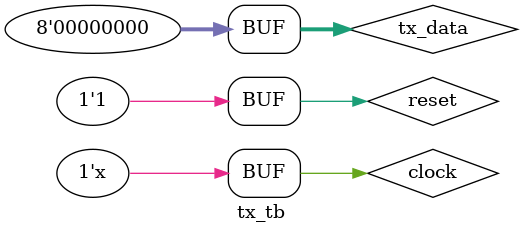
<source format=v>
`timescale 1ns/1ps
module tx_tb();
	reg		clock;
	reg		reset;
	reg		[7:0]	tx_data;
	wire	tx;
	
	tx TX(
	.clock(clock),
	.reset(reset),
	.tx_data(tx_data),
	.tx2(),
	.tx(tx)
	);
	
initial begin
	clock = 0;
	reset = 0;
	tx_data = 0;
	end

always
#5 clock = ~clock;
initial begin
	#500100 reset = 1;
	#500100 tx_data = 8'haa;
	#500100 tx_data = 8'hbb;
	#500100 tx_data = 8'hcc;
	#500100 tx_data = 8'hdd;
	#500100 tx_data = 8'h00;
end

endmodule

</source>
